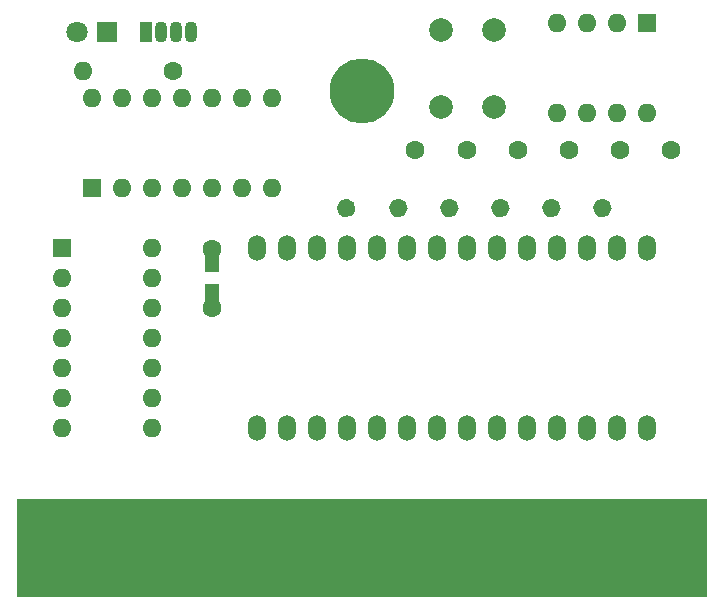
<source format=gts>
G04 #@! TF.GenerationSoftware,KiCad,Pcbnew,(5.1.6)-1*
G04 #@! TF.CreationDate,2021-11-23T16:53:37-05:00*
G04 #@! TF.ProjectId,OpenC64Cart,4f70656e-4336-4344-9361-72742e6b6963,2*
G04 #@! TF.SameCoordinates,Original*
G04 #@! TF.FileFunction,Soldermask,Top*
G04 #@! TF.FilePolarity,Negative*
%FSLAX46Y46*%
G04 Gerber Fmt 4.6, Leading zero omitted, Abs format (unit mm)*
G04 Created by KiCad (PCBNEW (5.1.6)-1) date 2021-11-23 16:53:37*
%MOMM*%
%LPD*%
G01*
G04 APERTURE LIST*
%ADD10O,1.600000X1.600000*%
%ADD11R,1.600000X1.600000*%
%ADD12C,1.600000*%
%ADD13R,1.800000X1.800000*%
%ADD14C,1.800000*%
%ADD15O,1.070000X1.800000*%
%ADD16R,1.070000X1.800000*%
%ADD17C,5.500000*%
%ADD18O,1.501140X2.199640*%
%ADD19R,1.250000X1.500000*%
%ADD20C,1.998980*%
%ADD21R,58.420000X8.300000*%
%ADD22R,1.524000X8.000000*%
G04 APERTURE END LIST*
D10*
X66040000Y-87630000D03*
X81280000Y-95250000D03*
X68580000Y-87630000D03*
X78740000Y-95250000D03*
X71120000Y-87630000D03*
X76200000Y-95250000D03*
X73660000Y-87630000D03*
X73660000Y-95250000D03*
X76200000Y-87630000D03*
X71120000Y-95250000D03*
X78740000Y-87630000D03*
X68580000Y-95250000D03*
X81280000Y-87630000D03*
D11*
X66040000Y-95250000D03*
D12*
X72898000Y-85344000D03*
D10*
X65278000Y-85344000D03*
D13*
X67310000Y-82042000D03*
D14*
X64770000Y-82042000D03*
D15*
X74422000Y-82042000D03*
X73152000Y-82042000D03*
X71882000Y-82042000D03*
D16*
X70612000Y-82042000D03*
D12*
X115062000Y-92018328D03*
G36*
G01*
X109837577Y-96402140D02*
X109837577Y-96402140D01*
G75*
G02*
X109738971Y-97529206I-612836J-514230D01*
G01*
X109738971Y-97529206D01*
G75*
G02*
X108611905Y-97430600I-514230J612836D01*
G01*
X108611905Y-97430600D01*
G75*
G02*
X108710511Y-96303534I612836J514230D01*
G01*
X108710511Y-96303534D01*
G75*
G02*
X109837577Y-96402140I514230J-612836D01*
G01*
G37*
X106426000Y-92018328D03*
G36*
G01*
X101201577Y-96402140D02*
X101201577Y-96402140D01*
G75*
G02*
X101102971Y-97529206I-612836J-514230D01*
G01*
X101102971Y-97529206D01*
G75*
G02*
X99975905Y-97430600I-514230J612836D01*
G01*
X99975905Y-97430600D01*
G75*
G02*
X100074511Y-96303534I612836J514230D01*
G01*
X100074511Y-96303534D01*
G75*
G02*
X101201577Y-96402140I514230J-612836D01*
G01*
G37*
X93373152Y-92018328D03*
G36*
G01*
X88148729Y-96402140D02*
X88148729Y-96402140D01*
G75*
G02*
X88050123Y-97529206I-612836J-514230D01*
G01*
X88050123Y-97529206D01*
G75*
G02*
X86923057Y-97430600I-514230J612836D01*
G01*
X86923057Y-97430600D01*
G75*
G02*
X87021663Y-96303534I612836J514230D01*
G01*
X87021663Y-96303534D01*
G75*
G02*
X88148729Y-96402140I514230J-612836D01*
G01*
G37*
D17*
X88900000Y-87040000D03*
D11*
X63500000Y-100330000D03*
D10*
X71120000Y-115570000D03*
X63500000Y-102870000D03*
X71120000Y-113030000D03*
X63500000Y-105410000D03*
X71120000Y-110490000D03*
X63500000Y-107950000D03*
X71120000Y-107950000D03*
X63500000Y-110490000D03*
X71120000Y-105410000D03*
X63500000Y-113030000D03*
X71120000Y-102870000D03*
X63500000Y-115570000D03*
X71120000Y-100330000D03*
D11*
X113030000Y-81280000D03*
D10*
X105410000Y-88900000D03*
X110490000Y-81280000D03*
X107950000Y-88900000D03*
X107950000Y-81280000D03*
X110490000Y-88900000D03*
X105410000Y-81280000D03*
X113030000Y-88900000D03*
G36*
G01*
X92565577Y-96402140D02*
X92565577Y-96402140D01*
G75*
G02*
X92466971Y-97529206I-612836J-514230D01*
G01*
X92466971Y-97529206D01*
G75*
G02*
X91339905Y-97430600I-514230J612836D01*
G01*
X91339905Y-97430600D01*
G75*
G02*
X91438511Y-96303534I612836J514230D01*
G01*
X91438511Y-96303534D01*
G75*
G02*
X92565577Y-96402140I514230J-612836D01*
G01*
G37*
D12*
X97790000Y-92018328D03*
G36*
G01*
X96883577Y-96402140D02*
X96883577Y-96402140D01*
G75*
G02*
X96784971Y-97529206I-612836J-514230D01*
G01*
X96784971Y-97529206D01*
G75*
G02*
X95657905Y-97430600I-514230J612836D01*
G01*
X95657905Y-97430600D01*
G75*
G02*
X95756511Y-96303534I612836J514230D01*
G01*
X95756511Y-96303534D01*
G75*
G02*
X96883577Y-96402140I514230J-612836D01*
G01*
G37*
X102108000Y-92018328D03*
G36*
G01*
X105519577Y-96402140D02*
X105519577Y-96402140D01*
G75*
G02*
X105420971Y-97529206I-612836J-514230D01*
G01*
X105420971Y-97529206D01*
G75*
G02*
X104293905Y-97430600I-514230J612836D01*
G01*
X104293905Y-97430600D01*
G75*
G02*
X104392511Y-96303534I612836J514230D01*
G01*
X104392511Y-96303534D01*
G75*
G02*
X105519577Y-96402140I514230J-612836D01*
G01*
G37*
X110744000Y-92018328D03*
D18*
X80010000Y-115570000D03*
X82550000Y-115570000D03*
X85090000Y-115570000D03*
X87630000Y-115570000D03*
X90170000Y-115570000D03*
X92710000Y-115570000D03*
X95250000Y-115570000D03*
X97790000Y-115570000D03*
X100330000Y-115570000D03*
X102870000Y-115570000D03*
X105410000Y-115570000D03*
X107950000Y-115570000D03*
X110490000Y-115570000D03*
X113030000Y-115570000D03*
X113030000Y-100330000D03*
X110490000Y-100330000D03*
X107950000Y-100330000D03*
X105410000Y-100330000D03*
X102870000Y-100330000D03*
X100330000Y-100330000D03*
X97790000Y-100330000D03*
X95250000Y-100330000D03*
X92710000Y-100330000D03*
X90170000Y-100330000D03*
X87630000Y-100330000D03*
X85090000Y-100330000D03*
X82550000Y-100330000D03*
X80010000Y-100330000D03*
D19*
X76200000Y-104100000D03*
X76200000Y-101600000D03*
D12*
X76200000Y-105350000D03*
X76200000Y-100350000D03*
D20*
X95539560Y-81838800D03*
X95539560Y-88341200D03*
X100040440Y-81838800D03*
X100040440Y-88341200D03*
D21*
X88900000Y-125730000D03*
D22*
X115570000Y-125601726D03*
X113030000Y-125601726D03*
X110490000Y-125601726D03*
X107950000Y-125601726D03*
X105410000Y-125601726D03*
X102870000Y-125601726D03*
X100330000Y-125601726D03*
X97790000Y-125601726D03*
X67310000Y-125601726D03*
X64770000Y-125601726D03*
X90170000Y-125601726D03*
X95250000Y-125601726D03*
X92710000Y-125601726D03*
X87630000Y-125601726D03*
X85090000Y-125601726D03*
X82550000Y-125601726D03*
X80010000Y-125601726D03*
X77470000Y-125601726D03*
X74930000Y-125601726D03*
X72390000Y-125601726D03*
X69850000Y-125601726D03*
X62230000Y-125601726D03*
M02*

</source>
